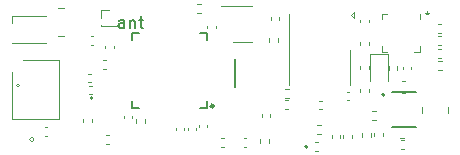
<source format=gbr>
G04 #@! TF.GenerationSoftware,KiCad,Pcbnew,6.0.9-8da3e8f707~116~ubuntu22.04.1*
G04 #@! TF.CreationDate,2022-12-14T18:32:49+01:00*
G04 #@! TF.ProjectId,nRF52832_qfaa,6e524635-3238-4333-925f-716661612e6b,rev?*
G04 #@! TF.SameCoordinates,Original*
G04 #@! TF.FileFunction,Legend,Top*
G04 #@! TF.FilePolarity,Positive*
%FSLAX45Y45*%
G04 Gerber Fmt 4.5, Leading zero omitted, Abs format (unit mm)*
G04 Created by KiCad (PCBNEW 6.0.9-8da3e8f707~116~ubuntu22.04.1) date 2022-12-14 18:32:49*
%MOMM*%
%LPD*%
G01*
G04 APERTURE LIST*
%ADD10C,0.120000*%
%ADD11C,0.150000*%
%ADD12C,0.200000*%
%ADD13C,0.127000*%
%ADD14C,0.254000*%
G04 APERTURE END LIST*
D10*
X6126480Y-3020060D02*
X6126480Y-2969260D01*
X3413940Y-4048760D02*
G75*
G03*
X3413940Y-4048760I-17961J0D01*
G01*
X6101080Y-2994660D02*
X6126480Y-3020060D01*
X3294380Y-3591560D02*
G75*
G03*
X3294380Y-3591560I-12700J0D01*
G01*
X6761480Y-2981960D02*
G75*
G03*
X6761480Y-2981960I-12700J0D01*
G01*
X6126480Y-2969260D02*
X6101080Y-2994660D01*
D11*
X4181799Y-3103398D02*
X4181799Y-3051017D01*
X4177037Y-3041493D01*
X4167513Y-3036731D01*
X4148466Y-3036731D01*
X4138942Y-3041493D01*
X4181799Y-3098636D02*
X4172275Y-3103398D01*
X4148466Y-3103398D01*
X4138942Y-3098636D01*
X4134180Y-3089112D01*
X4134180Y-3079588D01*
X4138942Y-3070065D01*
X4148466Y-3065303D01*
X4172275Y-3065303D01*
X4181799Y-3060541D01*
X4229418Y-3036731D02*
X4229418Y-3103398D01*
X4229418Y-3046255D02*
X4234180Y-3041493D01*
X4243704Y-3036731D01*
X4257990Y-3036731D01*
X4267513Y-3041493D01*
X4272275Y-3051017D01*
X4272275Y-3103398D01*
X4305609Y-3036731D02*
X4343704Y-3036731D01*
X4319894Y-3003398D02*
X4319894Y-3089112D01*
X4324656Y-3098636D01*
X4334180Y-3103398D01*
X4343704Y-3103398D01*
D12*
X3914488Y-3699260D02*
G75*
G03*
X3914488Y-3699260I-10000J0D01*
G01*
D10*
X4019984Y-3274944D02*
X4019984Y-3253376D01*
X4091984Y-3274944D02*
X4091984Y-3253376D01*
X4051268Y-4012760D02*
X4029700Y-4012760D01*
X4051268Y-4084760D02*
X4029700Y-4084760D01*
X3908088Y-3875676D02*
X3908088Y-3897244D01*
X3836088Y-3875676D02*
X3836088Y-3897244D01*
X4004300Y-3377760D02*
X4025868Y-3377760D01*
X4004300Y-3449760D02*
X4025868Y-3449760D01*
X4884860Y-3945244D02*
X4884860Y-3923676D01*
X4812860Y-3945244D02*
X4812860Y-3923676D01*
X4883584Y-3107044D02*
X4883584Y-3085476D01*
X4955584Y-3107044D02*
X4955584Y-3085476D01*
X4250988Y-3847476D02*
X4250988Y-3869044D01*
X4178988Y-3847476D02*
X4178988Y-3869044D01*
X3895572Y-3564060D02*
X3874004Y-3564060D01*
X3895572Y-3492060D02*
X3874004Y-3492060D01*
X3908272Y-3593660D02*
X3886704Y-3593660D01*
X3908272Y-3665660D02*
X3886704Y-3665660D01*
X4790484Y-3949076D02*
X4790484Y-3970644D01*
X4718484Y-3949076D02*
X4718484Y-3970644D01*
X4616884Y-3949076D02*
X4616884Y-3970644D01*
X4688884Y-3949076D02*
X4688884Y-3970644D01*
X5022204Y-4039796D02*
X5000636Y-4039796D01*
X5022204Y-4111796D02*
X5000636Y-4111796D01*
X5191136Y-4039796D02*
X5212704Y-4039796D01*
X5191136Y-4111796D02*
X5212704Y-4111796D01*
X3232184Y-3002596D02*
X3522184Y-3002596D01*
X3232184Y-3062596D02*
X3232184Y-3002596D01*
X3232184Y-3232596D02*
X3522184Y-3232596D01*
X3618884Y-3172096D02*
X3668884Y-3172096D01*
X3618884Y-2936096D02*
X3668884Y-2936096D01*
X6251380Y-3642984D02*
X6251380Y-3621416D01*
X6179380Y-3642984D02*
X6179380Y-3621416D01*
X6086464Y-3716460D02*
X6064896Y-3716460D01*
X6086464Y-3644460D02*
X6064896Y-3644460D01*
X3506100Y-3945196D02*
X3527668Y-3945196D01*
X3506100Y-4017196D02*
X3527668Y-4017196D01*
X5851768Y-3720660D02*
X5830200Y-3720660D01*
X5851768Y-3792660D02*
X5830200Y-3792660D01*
X6359580Y-3258020D02*
X6359580Y-3305520D01*
X6359580Y-3031020D02*
X6359580Y-2983520D01*
X6681580Y-3258020D02*
X6681580Y-3305520D01*
X6681580Y-3305520D02*
X6634080Y-3305520D01*
X6359580Y-2983520D02*
X6407080Y-2983520D01*
X6359580Y-3305520D02*
X6407080Y-3305520D01*
X6681580Y-3031020D02*
X6681580Y-2983520D01*
X6865744Y-3252460D02*
X6835016Y-3252460D01*
X6865744Y-3176460D02*
X6835016Y-3176460D01*
X6251380Y-3034676D02*
X6251380Y-3056244D01*
X6179380Y-3034676D02*
X6179380Y-3056244D01*
X6418680Y-3426336D02*
X6418680Y-3457064D01*
X6494680Y-3426336D02*
X6494680Y-3457064D01*
X6177380Y-3423796D02*
X6177380Y-3454524D01*
X6253380Y-3423796D02*
X6253380Y-3454524D01*
X6865744Y-3150860D02*
X6835016Y-3150860D01*
X6865744Y-3074860D02*
X6835016Y-3074860D01*
X6253380Y-3220396D02*
X6253380Y-3251124D01*
X6177380Y-3220396D02*
X6177380Y-3251124D01*
X6410800Y-3549640D02*
X6410800Y-3321140D01*
X6263800Y-3321140D02*
X6263800Y-3549640D01*
X6410800Y-3321140D02*
X6263800Y-3321140D01*
D13*
X4245584Y-3144560D02*
X4245584Y-3204560D01*
X4245584Y-3724560D02*
X4245584Y-3784560D01*
X4885584Y-3204560D02*
X4885584Y-3144560D01*
X4245584Y-3784560D02*
X4305584Y-3784560D01*
X4885584Y-3784560D02*
X4885584Y-3724560D01*
X4825584Y-3784560D02*
X4885584Y-3784560D01*
X4885584Y-3144560D02*
X4825584Y-3144560D01*
X4305584Y-3144560D02*
X4245584Y-3144560D01*
D14*
X4938284Y-3764560D02*
G75*
G03*
X4938284Y-3764560I-12700J0D01*
G01*
D10*
X3627984Y-3375596D02*
X3627984Y-3875596D01*
X3227984Y-3875596D02*
X3227984Y-3475596D01*
X3327984Y-3375596D02*
X3627984Y-3375596D01*
X3627984Y-3875596D02*
X3227984Y-3875596D01*
X5573380Y-2986760D02*
X5573380Y-3586760D01*
X6095380Y-3286760D02*
X6095380Y-3586760D01*
X6861164Y-3284060D02*
X6839596Y-3284060D01*
X6861164Y-3356060D02*
X6839596Y-3356060D01*
X6837556Y-3383380D02*
X6868284Y-3383380D01*
X6837556Y-3459380D02*
X6868284Y-3459380D01*
X3895600Y-3246560D02*
X3917168Y-3246560D01*
X3895600Y-3174560D02*
X3917168Y-3174560D01*
D12*
X5116784Y-3365896D02*
X5116784Y-3605896D01*
D10*
X6268620Y-4023484D02*
X6268620Y-3992756D01*
X6192620Y-4023484D02*
X6192620Y-3992756D01*
X4112128Y-3091100D02*
X4120800Y-3091100D01*
X3981800Y-3091100D02*
X4120800Y-3091100D01*
X3981800Y-2954100D02*
X4051300Y-2954100D01*
X4120800Y-3091100D02*
X4120800Y-3078600D01*
X3981800Y-3022600D02*
X3981800Y-2954100D01*
X3981800Y-3091100D02*
X3981800Y-3078600D01*
X3981800Y-3091100D02*
X3990472Y-3091100D01*
X4354588Y-3876932D02*
X4354588Y-3907660D01*
X4278588Y-3876932D02*
X4278588Y-3907660D01*
X5824344Y-4066640D02*
X5793616Y-4066640D01*
X5824344Y-4142640D02*
X5793616Y-4142640D01*
X5544196Y-3787580D02*
X5565764Y-3787580D01*
X5544196Y-3715580D02*
X5565764Y-3715580D01*
X5844664Y-4005480D02*
X5813936Y-4005480D01*
X5844664Y-3929480D02*
X5813936Y-3929480D01*
X5938080Y-4012576D02*
X5938080Y-4034144D01*
X6010080Y-4012576D02*
X6010080Y-4034144D01*
X5407560Y-4043556D02*
X5407560Y-4074284D01*
X5331560Y-4043556D02*
X5331560Y-4074284D01*
X5481220Y-3223384D02*
X5481220Y-3192656D01*
X5405220Y-3223384D02*
X5405220Y-3192656D01*
X6546204Y-4055940D02*
X6524636Y-4055940D01*
X6546204Y-4127940D02*
X6524636Y-4127940D01*
X6701280Y-3823425D02*
X6701280Y-3771175D01*
X6923280Y-3823425D02*
X6923280Y-3771175D01*
X6294220Y-4020944D02*
X6294220Y-3990216D01*
X6370220Y-4020944D02*
X6370220Y-3990216D01*
X5415720Y-3834776D02*
X5415720Y-3856344D01*
X5343720Y-3834776D02*
X5343720Y-3856344D01*
X6545638Y-3936800D02*
X6517522Y-3936800D01*
X6545638Y-4038800D02*
X6517522Y-4038800D01*
X6559638Y-3550720D02*
X6531522Y-3550720D01*
X6559638Y-3652720D02*
X6531522Y-3652720D01*
X6609520Y-3433456D02*
X6609520Y-3455024D01*
X6537520Y-3433456D02*
X6537520Y-3455024D01*
X6278756Y-3807560D02*
X6309484Y-3807560D01*
X6278756Y-3883560D02*
X6309484Y-3883560D01*
X4831204Y-2979320D02*
X4800476Y-2979320D01*
X4831204Y-2903320D02*
X4800476Y-2903320D01*
D12*
X5732440Y-4110100D02*
G75*
G03*
X5732440Y-4110100I-10000J0D01*
G01*
D13*
X6448120Y-3944760D02*
X6648120Y-3944760D01*
X6448120Y-3644760D02*
X6648120Y-3644760D01*
D12*
X6383120Y-3669760D02*
G75*
G03*
X6383120Y-3669760I-10000J0D01*
G01*
D10*
X5181600Y-3226860D02*
X5101600Y-3226860D01*
X5181600Y-2914860D02*
X5261600Y-2914860D01*
X5181600Y-2914860D02*
X5001600Y-2914860D01*
X5181600Y-3226860D02*
X5261600Y-3226860D01*
X5422460Y-3011816D02*
X5422460Y-3033384D01*
X5494460Y-3011816D02*
X5494460Y-3033384D01*
X5541956Y-3619600D02*
X5572684Y-3619600D01*
X5541956Y-3695600D02*
X5572684Y-3695600D01*
X6108600Y-4007996D02*
X6108600Y-4038724D01*
X6032600Y-4007996D02*
X6032600Y-4038724D01*
M02*

</source>
